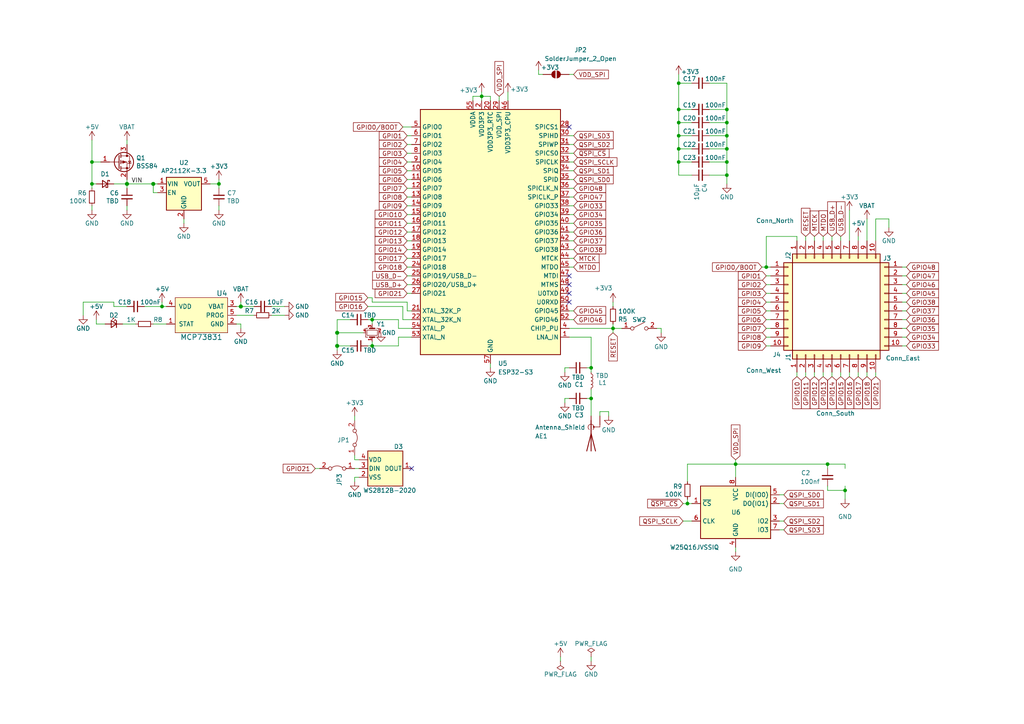
<source format=kicad_sch>
(kicad_sch (version 20231120) (generator "eeschema") (generator_version "8.0")
  (paper "A4")
  (junction (at 107.95 92.71))
  (junction (at 171.45 115.57))
  (junction (at 63.5 53.34))
  (junction (at 196.85 31.75))
  (junction (at 177.8 95.25))
  (junction (at 199.39 146.05))
  (junction (at 139.7 27.94))
  (junction (at 210.82 46.99))
  (junction (at 196.85 35.56))
  (junction (at 196.85 39.37))
  (junction (at 97.79 100.33) (diameter 1.016))
  (junction (at 210.82 50.8))
  (junction (at 107.95 100.33))
  (junction (at 196.85 43.18))
  (junction (at 44.45 53.34) (diameter 1.016))
  (junction (at 97.79 96.52) (diameter 1.016))
  (junction (at 171.45 106.68))
  (junction (at 196.85 24.13))
  (junction (at 240.03 134.62))
  (junction (at 222.25 77.47))
  (junction (at 210.82 39.37))
  (junction (at 36.83 53.34) (diameter 1.016))
  (junction (at 210.82 43.18))
  (junction (at 26.67 46.99))
  (junction (at 210.82 31.75))
  (junction (at 69.85 88.9) (diameter 1.016))
  (junction (at 213.36 134.62))
  (junction (at 26.67 53.34))
  (junction (at 196.85 46.99))
  (junction (at 46.99 88.9))
  (junction (at 210.82 35.56))
  (junction (at 245.11 142.24))
  (no_connect (at 165.1 36.83))
  (no_connect (at 165.1 82.55))
  (no_connect (at 165.1 80.01))
  (no_connect (at 119.38 135.89))
  (no_connect (at 165.1 85.09))
  (no_connect (at 165.1 87.63))
  (wire (pts (xy 48.26 93.98) (xy 44.45 93.98)))
  (wire (pts (xy 166.37 77.47) (xy 165.1 77.47)))
  (wire (pts (xy 196.85 35.56) (xy 196.85 39.37)))
  (wire (pts (xy 36.83 53.34) (xy 36.83 54.61)))
  (wire (pts (xy 223.52 100.33) (xy 222.25 100.33)))
  (wire (pts (xy 240.03 140.97) (xy 240.03 142.24)))
  (wire (pts (xy 223.52 92.71) (xy 222.25 92.71)))
  (wire (pts (xy 156.21 20.32) (xy 156.21 21.59)))
  (wire (pts (xy 107.95 100.33) (xy 115.57 100.33)))
  (wire (pts (xy 245.11 142.24) (xy 245.11 144.78)))
  (wire (pts (xy 36.83 53.34) (xy 36.83 52.07)))
  (wire (pts (xy 196.85 43.18) (xy 200.66 43.18)))
  (wire (pts (xy 223.52 82.55) (xy 222.25 82.55)))
  (wire (pts (xy 53.34 63.5) (xy 53.34 64.77)))
  (wire (pts (xy 119.38 95.25) (xy 115.57 95.25)))
  (wire (pts (xy 36.83 53.34) (xy 33.02 53.34)))
  (wire (pts (xy 119.38 97.79) (xy 115.57 97.79)))
  (wire (pts (xy 107.95 86.36) (xy 106.68 86.36)))
  (wire (pts (xy 205.74 35.56) (xy 210.82 35.56)))
  (wire (pts (xy 196.85 39.37) (xy 200.66 39.37)))
  (wire (pts (xy 196.85 35.56) (xy 200.66 35.56)))
  (wire (pts (xy 118.11 69.85) (xy 119.38 69.85)))
  (wire (pts (xy 166.37 54.61) (xy 165.1 54.61)))
  (wire (pts (xy 118.11 87.63) (xy 107.95 87.63)))
  (wire (pts (xy 170.18 115.57) (xy 171.45 115.57)))
  (wire (pts (xy 231.14 107.95) (xy 231.14 109.22)))
  (wire (pts (xy 44.45 55.88) (xy 44.45 53.34)))
  (wire (pts (xy 226.06 143.51) (xy 227.33 143.51)))
  (wire (pts (xy 261.62 80.01) (xy 262.89 80.01)))
  (wire (pts (xy 118.11 80.01) (xy 119.38 80.01)))
  (wire (pts (xy 33.02 88.9) (xy 36.83 88.9)))
  (wire (pts (xy 210.82 53.34) (xy 210.82 50.8)))
  (wire (pts (xy 200.66 50.8) (xy 196.85 50.8)))
  (wire (pts (xy 171.45 190.5) (xy 171.45 191.77)))
  (wire (pts (xy 106.68 100.33) (xy 107.95 100.33)))
  (wire (pts (xy 236.22 107.95) (xy 236.22 109.22)))
  (wire (pts (xy 26.67 46.99) (xy 29.21 46.99)))
  (wire (pts (xy 196.85 50.8) (xy 196.85 46.99)))
  (wire (pts (xy 166.37 52.07) (xy 165.1 52.07)))
  (wire (pts (xy 177.8 95.25) (xy 180.34 95.25)))
  (wire (pts (xy 78.74 91.44) (xy 82.55 91.44)))
  (wire (pts (xy 213.36 158.75) (xy 213.36 160.02)))
  (wire (pts (xy 166.37 59.69) (xy 165.1 59.69)))
  (wire (pts (xy 97.79 96.52) (xy 97.79 100.33)))
  (wire (pts (xy 118.11 57.15) (xy 119.38 57.15)))
  (wire (pts (xy 177.8 96.52) (xy 177.8 95.25)))
  (wire (pts (xy 68.58 93.98) (xy 69.85 93.98)))
  (wire (pts (xy 251.46 107.95) (xy 251.46 109.22)))
  (wire (pts (xy 163.83 107.95) (xy 163.83 106.68)))
  (wire (pts (xy 223.52 90.17) (xy 222.25 90.17)))
  (wire (pts (xy 196.85 21.59) (xy 196.85 24.13)))
  (wire (pts (xy 166.37 57.15) (xy 165.1 57.15)))
  (wire (pts (xy 176.53 120.65) (xy 176.53 119.38)))
  (wire (pts (xy 118.11 46.99) (xy 119.38 46.99)))
  (wire (pts (xy 46.99 88.9) (xy 48.26 88.9)))
  (wire (pts (xy 190.5 95.25) (xy 191.77 95.25)))
  (wire (pts (xy 240.03 134.62) (xy 240.03 135.89)))
  (wire (pts (xy 205.74 50.8) (xy 210.82 50.8)))
  (wire (pts (xy 171.45 107.95) (xy 171.45 106.68)))
  (wire (pts (xy 26.67 53.34) (xy 27.94 53.34)))
  (wire (pts (xy 39.37 93.98) (xy 35.56 93.98)))
  (wire (pts (xy 36.83 59.69) (xy 36.83 60.96)))
  (wire (pts (xy 241.3 107.95) (xy 241.3 109.22)))
  (wire (pts (xy 261.62 92.71) (xy 262.89 92.71)))
  (wire (pts (xy 118.11 64.77) (xy 119.38 64.77)))
  (wire (pts (xy 118.11 39.37) (xy 119.38 39.37)))
  (wire (pts (xy 118.11 72.39) (xy 119.38 72.39)))
  (wire (pts (xy 118.11 62.23) (xy 119.38 62.23)))
  (wire (pts (xy 166.37 41.91) (xy 165.1 41.91)))
  (wire (pts (xy 116.84 92.71) (xy 119.38 92.71)))
  (wire (pts (xy 210.82 39.37) (xy 210.82 35.56)))
  (wire (pts (xy 261.62 87.63) (xy 262.89 87.63)))
  (wire (pts (xy 233.68 69.85) (xy 233.68 68.58)))
  (wire (pts (xy 261.62 97.79) (xy 262.89 97.79)))
  (wire (pts (xy 163.83 116.84) (xy 163.83 115.57)))
  (wire (pts (xy 63.5 53.34) (xy 63.5 54.61)))
  (wire (pts (xy 231.14 69.85) (xy 231.14 68.58)))
  (wire (pts (xy 261.62 82.55) (xy 262.89 82.55)))
  (wire (pts (xy 63.5 59.69) (xy 63.5 60.96)))
  (wire (pts (xy 261.62 90.17) (xy 262.89 90.17)))
  (wire (pts (xy 226.06 151.13) (xy 227.33 151.13)))
  (wire (pts (xy 97.79 92.71) (xy 97.79 96.52)))
  (wire (pts (xy 226.06 153.67) (xy 227.33 153.67)))
  (wire (pts (xy 166.37 44.45) (xy 165.1 44.45)))
  (wire (pts (xy 261.62 95.25) (xy 262.89 95.25)))
  (wire (pts (xy 97.79 100.33) (xy 101.6 100.33)))
  (wire (pts (xy 165.1 21.59) (xy 166.37 21.59)))
  (wire (pts (xy 147.32 26.67) (xy 147.32 29.21)))
  (wire (pts (xy 210.82 24.13) (xy 205.74 24.13)))
  (wire (pts (xy 173.99 119.38) (xy 173.99 120.65)))
  (wire (pts (xy 196.85 31.75) (xy 196.85 35.56)))
  (wire (pts (xy 171.45 97.79) (xy 171.45 106.68)))
  (wire (pts (xy 223.52 80.01) (xy 222.25 80.01)))
  (wire (pts (xy 165.1 95.25) (xy 177.8 95.25)))
  (wire (pts (xy 36.83 53.34) (xy 44.45 53.34)))
  (wire (pts (xy 118.11 90.17) (xy 118.11 87.63)))
  (wire (pts (xy 69.85 88.9) (xy 69.85 87.63)))
  (wire (pts (xy 261.62 100.33) (xy 262.89 100.33)))
  (wire (pts (xy 78.74 88.9) (xy 82.55 88.9)))
  (wire (pts (xy 105.41 96.52) (xy 97.79 96.52)))
  (wire (pts (xy 240.03 142.24) (xy 245.11 142.24)))
  (wire (pts (xy 116.84 36.83) (xy 119.38 36.83)))
  (wire (pts (xy 139.7 27.94) (xy 139.7 29.21)))
  (wire (pts (xy 166.37 67.31) (xy 165.1 67.31)))
  (wire (pts (xy 163.83 106.68) (xy 165.1 106.68)))
  (wire (pts (xy 45.72 53.34) (xy 44.45 53.34)))
  (wire (pts (xy 162.56 190.5) (xy 162.56 191.77)))
  (wire (pts (xy 166.37 62.23) (xy 165.1 62.23)))
  (wire (pts (xy 116.84 88.9) (xy 116.84 92.71)))
  (wire (pts (xy 156.21 21.59) (xy 157.48 21.59)))
  (wire (pts (xy 213.36 133.35) (xy 213.36 134.62)))
  (wire (pts (xy 213.36 134.62) (xy 240.03 134.62)))
  (wire (pts (xy 73.66 91.44) (xy 68.58 91.44)))
  (wire (pts (xy 118.11 74.93) (xy 119.38 74.93)))
  (wire (pts (xy 102.87 138.43) (xy 102.87 139.7)))
  (wire (pts (xy 104.14 138.43) (xy 102.87 138.43)))
  (wire (pts (xy 196.85 39.37) (xy 196.85 43.18)))
  (wire (pts (xy 163.83 115.57) (xy 165.1 115.57)))
  (wire (pts (xy 144.78 27.94) (xy 144.78 29.21)))
  (wire (pts (xy 118.11 59.69) (xy 119.38 59.69)))
  (wire (pts (xy 166.37 46.99) (xy 165.1 46.99)))
  (wire (pts (xy 246.38 107.95) (xy 246.38 109.22)))
  (wire (pts (xy 196.85 31.75) (xy 200.66 31.75)))
  (wire (pts (xy 205.74 43.18) (xy 210.82 43.18)))
  (wire (pts (xy 205.74 46.99) (xy 210.82 46.99)))
  (wire (pts (xy 196.85 24.13) (xy 196.85 31.75)))
  (wire (pts (xy 142.24 106.68) (xy 142.24 105.41)))
  (wire (pts (xy 199.39 139.7) (xy 199.39 134.62)))
  (wire (pts (xy 205.74 39.37) (xy 210.82 39.37)))
  (wire (pts (xy 119.38 90.17) (xy 118.11 90.17)))
  (wire (pts (xy 245.11 135.89) (xy 245.11 134.62)))
  (wire (pts (xy 166.37 49.53) (xy 165.1 49.53)))
  (wire (pts (xy 118.11 82.55) (xy 119.38 82.55)))
  (wire (pts (xy 137.16 27.94) (xy 139.7 27.94)))
  (wire (pts (xy 171.45 115.57) (xy 171.45 113.03)))
  (wire (pts (xy 166.37 39.37) (xy 165.1 39.37)))
  (wire (pts (xy 118.11 85.09) (xy 119.38 85.09)))
  (wire (pts (xy 241.3 69.85) (xy 241.3 68.58)))
  (wire (pts (xy 238.76 107.95) (xy 238.76 109.22)))
  (wire (pts (xy 238.76 69.85) (xy 238.76 68.58)))
  (wire (pts (xy 137.16 29.21) (xy 137.16 27.94)))
  (wire (pts (xy 115.57 97.79) (xy 115.57 100.33)))
  (wire (pts (xy 223.52 95.25) (xy 222.25 95.25)))
  (wire (pts (xy 63.5 52.07) (xy 63.5 53.34)))
  (wire (pts (xy 261.62 77.47) (xy 262.89 77.47)))
  (wire (pts (xy 261.62 85.09) (xy 262.89 85.09)))
  (wire (pts (xy 196.85 46.99) (xy 200.66 46.99)))
  (wire (pts (xy 97.79 92.71) (xy 101.6 92.71)))
  (wire (pts (xy 45.72 55.88) (xy 44.45 55.88)))
  (wire (pts (xy 223.52 77.47) (xy 222.25 77.47)))
  (wire (pts (xy 246.38 60.96) (xy 246.38 69.85)))
  (wire (pts (xy 60.96 53.34) (xy 63.5 53.34)))
  (wire (pts (xy 115.57 92.71) (xy 107.95 92.71)))
  (wire (pts (xy 170.18 106.68) (xy 171.45 106.68)))
  (wire (pts (xy 41.91 88.9) (xy 46.99 88.9)))
  (wire (pts (xy 213.36 134.62) (xy 213.36 138.43)))
  (wire (pts (xy 97.79 100.33) (xy 97.79 101.6)))
  (wire (pts (xy 177.8 93.98) (xy 177.8 95.25)))
  (wire (pts (xy 254 69.85) (xy 254 63.5)))
  (wire (pts (xy 139.7 27.94) (xy 142.24 27.94)))
  (wire (pts (xy 223.52 87.63) (xy 222.25 87.63)))
  (wire (pts (xy 171.45 97.79) (xy 165.1 97.79)))
  (wire (pts (xy 26.67 40.64) (xy 26.67 46.99)))
  (wire (pts (xy 205.74 31.75) (xy 210.82 31.75)))
  (wire (pts (xy 106.68 88.9) (xy 116.84 88.9)))
  (wire (pts (xy 171.45 120.65) (xy 171.45 115.57)))
  (wire (pts (xy 166.37 72.39) (xy 165.1 72.39)))
  (wire (pts (xy 243.84 107.95) (xy 243.84 109.22)))
  (wire (pts (xy 210.82 35.56) (xy 210.82 31.75)))
  (wire (pts (xy 102.87 135.89) (xy 104.14 135.89)))
  (wire (pts (xy 115.57 95.25) (xy 115.57 92.71)))
  (wire (pts (xy 139.7 26.67) (xy 139.7 27.94)))
  (wire (pts (xy 36.83 41.91) (xy 36.83 40.64)))
  (wire (pts (xy 223.52 85.09) (xy 222.25 85.09)))
  (wire (pts (xy 176.53 119.38) (xy 173.99 119.38)))
  (wire (pts (xy 248.92 107.95) (xy 248.92 109.22)))
  (wire (pts (xy 254 63.5) (xy 257.81 63.5)))
  (wire (pts (xy 257.81 63.5) (xy 257.81 66.04)))
  (wire (pts (xy 24.13 91.44) (xy 24.13 87.63)))
  (wire (pts (xy 46.99 87.63) (xy 46.99 88.9)))
  (wire (pts (xy 166.37 69.85) (xy 165.1 69.85)))
  (wire (pts (xy 166.37 92.71) (xy 165.1 92.71)))
  (wire (pts (xy 26.67 59.69) (xy 26.67 60.96)))
  (wire (pts (xy 254 107.95) (xy 254 109.22)))
  (wire (pts (xy 26.67 46.99) (xy 26.67 53.34)))
  (wire (pts (xy 210.82 24.13) (xy 210.82 31.75)))
  (wire (pts (xy 198.12 146.05) (xy 199.39 146.05)))
  (wire (pts (xy 33.02 87.63) (xy 33.02 88.9)))
  (wire (pts (xy 26.67 53.34) (xy 26.67 54.61)))
  (wire (pts (xy 248.92 68.58) (xy 248.92 69.85)))
  (wire (pts (xy 196.85 43.18) (xy 196.85 46.99)))
  (wire (pts (xy 118.11 41.91) (xy 119.38 41.91)))
  (wire (pts (xy 69.85 88.9) (xy 73.66 88.9)))
  (wire (pts (xy 226.06 146.05) (xy 227.33 146.05)))
  (wire (pts (xy 198.12 151.13) (xy 200.66 151.13)))
  (wire (pts (xy 107.95 87.63) (xy 107.95 86.36)))
  (wire (pts (xy 236.22 68.58) (xy 236.22 69.85)))
  (wire (pts (xy 118.11 44.45) (xy 119.38 44.45)))
  (wire (pts (xy 199.39 134.62) (xy 213.36 134.62)))
  (wire (pts (xy 27.94 93.98) (xy 27.94 92.71)))
  (wire (pts (xy 222.25 68.58) (xy 231.14 68.58)))
  (wire (pts (xy 107.95 92.71) (xy 107.95 93.98)))
  (wire (pts (xy 191.77 96.52) (xy 191.77 95.25)))
  (wire (pts (xy 199.39 144.78) (xy 199.39 146.05)))
  (wire (pts (xy 118.11 54.61) (xy 119.38 54.61)))
  (wire (pts (xy 210.82 43.18) (xy 210.82 39.37)))
  (wire (pts (xy 118.11 67.31) (xy 119.38 67.31)))
  (wire (pts (xy 91.44 135.89) (xy 92.71 135.89)))
  (wire (pts (xy 106.68 92.71) (xy 107.95 92.71)))
  (wire (pts (xy 102.87 132.08) (xy 102.87 133.35)))
  (wire (pts (xy 104.14 133.35) (xy 102.87 133.35)))
  (wire (pts (xy 69.85 93.98) (xy 69.85 95.25)))
  (wire (pts (xy 142.24 27.94) (xy 142.24 29.21)))
  (wire (pts (xy 251.46 63.5) (xy 251.46 69.85)))
  (wire (pts (xy 118.11 49.53) (xy 119.38 49.53)))
  (wire (pts (xy 199.39 146.05) (xy 200.66 146.05)))
  (wire (pts (xy 107.95 99.06) (xy 107.95 100.33)))
  (wire (pts (xy 240.03 134.62) (xy 245.11 134.62)))
  (wire (pts (xy 210.82 46.99) (xy 210.82 43.18)))
  (wire (pts (xy 233.68 107.95) (xy 233.68 109.22)))
  (wire (pts (xy 245.11 142.24) (xy 245.11 140.97)))
  (wire (pts (xy 118.11 77.47) (xy 119.38 77.47)))
  (wire (pts (xy 24.13 87.63) (xy 33.02 87.63)))
  (wire (pts (xy 27.94 93.98) (xy 30.48 93.98)))
  (wire (pts (xy 222.25 77.47) (xy 222.25 68.58)))
  (wire (pts (xy 177.8 87.63) (xy 177.8 88.9)))
  (wire (pts (xy 166.37 74.93) (xy 165.1 74.93)))
  (wire (pts (xy 68.58 88.9) (xy 69.85 88.9)))
  (wire (pts (xy 223.52 97.79) (xy 222.25 97.79)))
  (wire (pts (xy 243.84 69.85) (xy 243.84 68.58)))
  (wire (pts (xy 210.82 50.8) (xy 210.82 46.99)))
  (wire (pts (xy 166.37 90.17) (xy 165.1 90.17)))
  (wire (pts (xy 196.85 24.13) (xy 200.66 24.13)))
  (wire (pts (xy 102.87 120.65) (xy 102.87 121.92)))
  (wire (pts (xy 118.11 52.07) (xy 119.38 52.07)))
  (wire (pts (xy 222.25 77.47) (xy 220.98 77.47)))
  (wire (pts (xy 166.37 64.77) (xy 165.1 64.77)))
  (label "VIN" (at 38.1 53.34 0))
  (global_label "GPIO0{slash}BOOT" (shape input) (at 220.98 77.47 180) (property "Intersheetrefs" "${INTERSHEET_REFS}" (effects (hide yes))))
  (global_label "USB_D+" (shape input) (at 241.3 68.58 90) (property "Intersheetrefs" "${INTERSHEET_REFS}" (effects (hide yes))))
  (global_label "GPIO18" (shape input) (at 251.46 109.22 270) (property "Intersheetrefs" "${INTERSHEET_REFS}" (effects (hide yes))))
  (global_label "GPIO47" (shape input) (at 262.89 80.01 0) (property "Intersheetrefs" "${INTERSHEET_REFS}" (effects (hide yes))))
  (global_label "GPIO4" (shape input) (at 118.11 46.99 180) (property "Intersheetrefs" "${INTERSHEET_REFS}" (effects (hide yes))))
  (global_label "GPIO11" (shape input) (at 118.11 64.77 180) (property "Intersheetrefs" "${INTERSHEET_REFS}" (effects (hide yes))))
  (global_label "GPIO15" (shape input) (at 106.68 86.36 180) (property "Intersheetrefs" "${INTERSHEET_REFS}" (effects (hide yes))))
  (global_label "GPIO37" (shape input) (at 262.89 90.17 0) (property "Intersheetrefs" "${INTERSHEET_REFS}" (effects (hide yes))))
  (global_label "QSPI_SCLK" (shape input) (at 166.37 46.99 0) (property "Intersheetrefs" "${INTERSHEET_REFS}" (effects (hide yes))))
  (global_label "GPIO17" (shape input) (at 118.11 74.93 180) (property "Intersheetrefs" "${INTERSHEET_REFS}" (effects (hide yes))))
  (global_label "QSPI_SD1" (shape input) (at 166.37 49.53 0) (property "Intersheetrefs" "${INTERSHEET_REFS}" (effects (hide yes))))
  (global_label "GPIO36" (shape input) (at 166.37 67.31 0) (property "Intersheetrefs" "${INTERSHEET_REFS}" (effects (hide yes))))
  (global_label "GPIO16" (shape input) (at 106.68 88.9 180) (property "Intersheetrefs" "${INTERSHEET_REFS}" (effects (hide yes))))
  (global_label "VDD_SPI" (shape input) (at 144.78 27.94 90) (property "Intersheetrefs" "${INTERSHEET_REFS}" (effects (hide yes))))
  (global_label "QSPI_SD0" (shape input) (at 227.33 143.51 0) (property "Intersheetrefs" "${INTERSHEET_REFS}" (effects (hide yes))))
  (global_label "GPIO1" (shape input) (at 118.11 39.37 180) (property "Intersheetrefs" "${INTERSHEET_REFS}" (effects (hide yes))))
  (global_label "GPIO12" (shape input) (at 236.22 109.22 270) (property "Intersheetrefs" "${INTERSHEET_REFS}" (effects (hide yes))))
  (global_label "GPIO11" (shape input) (at 233.68 109.22 270) (property "Intersheetrefs" "${INTERSHEET_REFS}" (effects (hide yes))))
  (global_label "GPIO34" (shape input) (at 166.37 62.23 0) (property "Intersheetrefs" "${INTERSHEET_REFS}" (effects (hide yes))))
  (global_label "~{QSPI_CS}" (shape input) (at 198.12 146.05 180) (property "Intersheetrefs" "${INTERSHEET_REFS}" (effects (hide yes))))
  (global_label "GPIO21" (shape input) (at 254 109.22 270) (property "Intersheetrefs" "${INTERSHEET_REFS}" (effects (hide yes))))
  (global_label "GPIO6" (shape input) (at 222.25 92.71 180) (property "Intersheetrefs" "${INTERSHEET_REFS}" (effects (hide yes))))
  (global_label "QSPI_SCLK" (shape input) (at 198.12 151.13 180) (property "Intersheetrefs" "${INTERSHEET_REFS}" (effects (hide yes))))
  (global_label "VDD_SPI" (shape input) (at 213.36 133.35 90) (property "Intersheetrefs" "${INTERSHEET_REFS}" (effects (hide yes))))
  (global_label "QSPI_SD0" (shape input) (at 166.37 52.07 0) (property "Intersheetrefs" "${INTERSHEET_REFS}" (effects (hide yes))))
  (global_label "GPIO33" (shape input) (at 262.89 100.33 0) (property "Intersheetrefs" "${INTERSHEET_REFS}" (effects (hide yes))))
  (global_label "GPIO12" (shape input) (at 118.11 67.31 180) (property "Intersheetrefs" "${INTERSHEET_REFS}" (effects (hide yes))))
  (global_label "GPIO14" (shape input) (at 118.11 72.39 180) (property "Intersheetrefs" "${INTERSHEET_REFS}" (effects (hide yes))))
  (global_label "GPIO1" (shape input) (at 222.25 80.01 180) (property "Intersheetrefs" "${INTERSHEET_REFS}" (effects (hide yes))))
  (global_label "QSPI_SD1" (shape input) (at 227.33 146.05 0) (property "Intersheetrefs" "${INTERSHEET_REFS}" (effects (hide yes))))
  (global_label "RESET" (shape input) (at 233.68 68.58 90) (property "Intersheetrefs" "${INTERSHEET_REFS}" (effects (hide yes))))
  (global_label "GPIO2" (shape input) (at 118.11 41.91 180) (property "Intersheetrefs" "${INTERSHEET_REFS}" (effects (hide yes))))
  (global_label "GPIO3" (shape input) (at 118.11 44.45 180) (property "Intersheetrefs" "${INTERSHEET_REFS}" (effects (hide yes))))
  (global_label "GPIO2" (shape input) (at 222.25 82.55 180) (property "Intersheetrefs" "${INTERSHEET_REFS}" (effects (hide yes))))
  (global_label "GPIO37" (shape input) (at 166.37 69.85 0) (property "Intersheetrefs" "${INTERSHEET_REFS}" (effects (hide yes))))
  (global_label "GPIO9" (shape input) (at 222.25 100.33 180) (property "Intersheetrefs" "${INTERSHEET_REFS}" (effects (hide yes))))
  (global_label "GPIO45" (shape input) (at 166.37 90.17 0) (property "Intersheetrefs" "${INTERSHEET_REFS}" (effects (hide yes))))
  (global_label "GPIO47" (shape input) (at 166.37 57.15 0) (property "Intersheetrefs" "${INTERSHEET_REFS}" (effects (hide yes))))
  (global_label "VDD_SPI" (shape input) (at 166.37 21.59 0) (property "Intersheetrefs" "${INTERSHEET_REFS}" (effects (hide yes))))
  (global_label "GPIO3" (shape input) (at 222.25 85.09 180) (property "Intersheetrefs" "${INTERSHEET_REFS}" (effects (hide yes))))
  (global_label "GPIO8" (shape input) (at 118.11 57.15 180) (property "Intersheetrefs" "${INTERSHEET_REFS}" (effects (hide yes))))
  (global_label "GPIO48" (shape input) (at 166.37 54.61 0) (property "Intersheetrefs" "${INTERSHEET_REFS}" (effects (hide yes))))
  (global_label "GPIO34" (shape input) (at 262.89 97.79 0) (property "Intersheetrefs" "${INTERSHEET_REFS}" (effects (hide yes))))
  (global_label "USB_D-" (shape input) (at 243.84 68.58 90) (property "Intersheetrefs" "${INTERSHEET_REFS}" (effects (hide yes))))
  (global_label "GPIO5" (shape input) (at 222.25 90.17 180) (property "Intersheetrefs" "${INTERSHEET_REFS}" (effects (hide yes))))
  (global_label "GPIO4" (shape input) (at 222.25 87.63 180) (property "Intersheetrefs" "${INTERSHEET_REFS}" (effects (hide yes))))
  (global_label "GPIO9" (shape input) (at 118.11 59.69 180) (property "Intersheetrefs" "${INTERSHEET_REFS}" (effects (hide yes))))
  (global_label "GPIO10" (shape input) (at 231.14 109.22 270) (property "Intersheetrefs" "${INTERSHEET_REFS}" (effects (hide yes))))
  (global_label "GPIO7" (shape input) (at 118.11 54.61 180) (property "Intersheetrefs" "${INTERSHEET_REFS}" (effects (hide yes))))
  (global_label "QSPI_SD2" (shape input) (at 227.33 151.13 0) (property "Intersheetrefs" "${INTERSHEET_REFS}" (effects (hide yes))))
  (global_label "GPIO17" (shape input) (at 248.92 109.22 270) (property "Intersheetrefs" "${INTERSHEET_REFS}" (effects (hide yes))))
  (global_label "MTDO" (shape input) (at 238.76 68.58 90) (property "Intersheetrefs" "${INTERSHEET_REFS}" (effects (hide yes))))
  (global_label "GPIO16" (shape input) (at 246.38 109.22 270) (property "Intersheetrefs" "${INTERSHEET_REFS}" (effects (hide yes))))
  (global_label "USB_D+" (shape input) (at 118.11 82.55 180) (property "Intersheetrefs" "${INTERSHEET_REFS}" (effects (hide yes))))
  (global_label "GPIO48" (shape input) (at 262.89 77.47 0) (property "Intersheetrefs" "${INTERSHEET_REFS}" (effects (hide yes))))
  (global_label "MTCK" (shape input) (at 236.22 68.58 90) (property "Intersheetrefs" "${INTERSHEET_REFS}" (effects (hide yes))))
  (global_label "MTCK" (shape input) (at 166.37 74.93 0) (property "Intersheetrefs" "${INTERSHEET_REFS}" (effects (hide yes))))
  (global_label "GPIO10" (shape input) (at 118.11 62.23 180) (property "Intersheetrefs" "${INTERSHEET_REFS}" (effects (hide yes))))
  (global_label "QSPI_SD3" (shape input) (at 166.37 39.37 0) (property "Intersheetrefs" "${INTERSHEET_REFS}" (effects (hide yes))))
  (global_label "GPIO5" (shape input) (at 118.11 49.53 180) (property "Intersheetrefs" "${INTERSHEET_REFS}" (effects (hide yes))))
  (global_label "GPIO21" (shape input) (at 91.44 135.89 180) (property "Intersheetrefs" "${INTERSHEET_REFS}" (effects (hide yes))))
  (global_label "GPIO38" (shape input) (at 166.37 72.39 0) (property "Intersheetrefs" "${INTERSHEET_REFS}" (effects (hide yes))))
  (global_label "~{QSPI_CS}" (shape input) (at 166.37 44.45 0) (property "Intersheetrefs" "${INTERSHEET_REFS}" (effects (hide yes))))
  (global_label "GPIO21" (shape input) (at 118.11 85.09 180) (property "Intersheetrefs" "${INTERSHEET_REFS}" (effects (hide yes))))
  (global_label "GPIO18" (shape input) (at 118.11 77.47 180) (property "Intersheetrefs" "${INTERSHEET_REFS}" (effects (hide yes))))
  (global_label "GPIO13" (shape input) (at 118.11 69.85 180) (property "Intersheetrefs" "${INTERSHEET_REFS}" (effects (hide yes))))
  (global_label "RESET" (shape input) (at 177.8 96.52 270) (property "Intersheetrefs" "${INTERSHEET_REFS}" (effects (hide yes))))
  (global_label "GPIO46" (shape input) (at 262.89 82.55 0) (property "Intersheetrefs" "${INTERSHEET_REFS}" (effects (hide yes))))
  (global_label "GPIO0{slash}BOOT" (shape input) (at 116.84 36.83 180) (property "Intersheetrefs" "${INTERSHEET_REFS}" (effects (hide yes))))
  (global_label "QSPI_SD3" (shape input) (at 227.33 153.67 0) (property "Intersheetrefs" "${INTERSHEET_REFS}" (effects (hide yes))))
  (global_label "GPIO33" (shape input) (at 166.37 59.69 0) (property "Intersheetrefs" "${INTERSHEET_REFS}" (effects (hide yes))))
  (global_label "QSPI_SD2" (shape input) (at 166.37 41.91 0) (property "Intersheetrefs" "${INTERSHEET_REFS}" (effects (hide yes))))
  (global_label "GPIO14" (shape input) (at 241.3 109.22 270) (property "Intersheetrefs" "${INTERSHEET_REFS}" (effects (hide yes))))
  (global_label "GPIO15" (shape input) (at 243.84 109.22 270) (property "Intersheetrefs" "${INTERSHEET_REFS}" (effects (hide yes))))
  (global_label "GPIO35" (shape input) (at 166.37 64.77 0) (property "Intersheetrefs" "${INTERSHEET_REFS}" (effects (hide yes))))
  (global_label "GPIO45" (shape input) (at 262.89 85.09 0) (property "Intersheetrefs" "${INTERSHEET_REFS}" (effects (hide yes))))
  (global_label "GPIO36" (shape input) (at 262.89 92.71 0) (property "Intersheetrefs" "${INTERSHEET_REFS}" (effects (hide yes))))
  (global_label "GPIO13" (shape input) (at 238.76 109.22 270) (property "Intersheetrefs" "${INTERSHEET_REFS}" (effects (hide yes))))
  (global_label "MTDO" (shape input) (at 166.37 77.47 0) (property "Intersheetrefs" "${INTERSHEET_REFS}" (effects (hide yes))))
  (global_label "GPIO35" (shape input) (at 262.89 95.25 0) (property "Intersheetrefs" "${INTERSHEET_REFS}" (effects (hide yes))))
  (global_label "GPIO7" (shape input) (at 222.25 95.25 180) (property "Intersheetrefs" "${INTERSHEET_REFS}" (effects (hide yes))))
  (global_label "USB_D-" (shape input) (at 118.11 80.01 180) (property "Intersheetrefs" "${INTERSHEET_REFS}" (effects (hide yes))))
  (global_label "GPIO46" (shape input) (at 166.37 92.71 0) (property "Intersheetrefs" "${INTERSHEET_REFS}" (effects (hide yes))))
  (global_label "GPIO8" (shape input) (at 222.25 97.79 180) (property "Intersheetrefs" "${INTERSHEET_REFS}" (effects (hide yes))))
  (global_label "GPIO38" (shape input) (at 262.89 87.63 0) (property "Intersheetrefs" "${INTERSHEET_REFS}" (effects (hide yes))))
  (global_label "GPIO6" (shape input) (at 118.11 52.07 180) (property "Intersheetrefs" "${INTERSHEET_REFS}" (effects (hide yes))))
  (symbol (lib_id "power:GND") (at 142.24 106.68 0) (unit 1)
    (property "Reference" "#PWR01" (effects (hide yes)))
    (property "Value" "GND" (at 142.24 110.49 0))
  )
  (symbol (lib_id "power:+3.3V") (at 147.32 26.67 0) (mirror y) (unit 1)
    (property "Reference" "#PWR03" (effects (hide yes)))
    (property "Value" "+3V3" (at 150.622 25.908 0))
  )
  (symbol (lib_id "Device:C_Small") (at 203.2 31.75 270) (unit 1)
    (property "Reference" "C19" (at 201.93 30.48 90) (effects (justify right)))
    (property "Value" "100nF" (at 204.47 30.48 90) (effects (justify left)))
    (property "Footprint" "Capacitor_SMD:C_0402_1005Metric" (effects (hide yes)))
  )
  (symbol (lib_id "power:GND") (at 110.49 96.52 0) (unit 1)
    (property "Reference" "#PWR0103" (effects (hide yes)))
    (property "Value" "GND" (at 112.776 96.52 0))
  )
  (symbol (lib_id "Device:R_Small") (at 41.91 93.98 90) (mirror x) (unit 1)
    (property "Reference" "R8" (at 44.45 92.71 90) (effects (justify right)))
    (property "Value" "1K" (at 39.37 92.71 90) (effects (justify left)))
    (property "Footprint" "Resistor_SMD:R_0402_1005Metric" (effects (hide yes)))
  )
  (symbol (lib_id "Device:R_Small") (at 177.8 91.44 0) (mirror y) (unit 1)
    (property "Reference" "R5" (at 179.2732 92.6084 0) (effects (justify right)))
    (property "Value" "100K" (at 179.2732 90.297 0) (effects (justify right)))
    (property "Footprint" "Resistor_SMD:R_0402_1005Metric" (effects (hide yes)))
  )
  (symbol (lib_id "power:+5V") (at 27.94 92.71 0) (unit 1)
    (property "Reference" "#PWR0134" (effects (hide yes)))
    (property "Value" "+5V" (at 27.94 88.9 0))
  )
  (symbol (lib_id "Device:C_Small") (at 203.2 50.8 90) (unit 1)
    (property "Reference" "C4" (at 204.3684 53.1368 0) (effects (justify right)))
    (property "Value" "10µF" (at 202.057 53.1368 0) (effects (justify right)))
    (property "Footprint" "Capacitor_SMD:C_0603_1608Metric" (effects (hide yes)))
  )
  (symbol (lib_id "Device:C_Small") (at 104.14 92.71 270) (unit 1)
    (property "Reference" "C14" (at 102.87 91.44 90) (effects (justify right)))
    (property "Value" "TBD" (at 105.41 91.44 90) (effects (justify left)))
    (property "Footprint" "Capacitor_SMD:C_0402_1005Metric" (effects (hide yes)))
  )
  (symbol (lib_id "power:+3.3V") (at 102.87 120.65 0) (mirror y) (unit 1)
    (property "Reference" "#PWR0137" (effects (hide yes)))
    (property "Value" "+3V3" (at 102.87 116.84 0))
  )
  (symbol (lib_id "Device:C_Small") (at 36.83 57.15 0) (unit 1)
    (property "Reference" "C6" (at 34.5186 55.9816 0) (effects (justify right)))
    (property "Value" "TBD" (at 34.5186 58.293 0) (effects (justify right)))
    (property "Footprint" "Capacitor_SMD:C_0402_1005Metric" (effects (hide yes)))
  )
  (symbol (lib_id "Device:D_Schottky_Small") (at 30.48 53.34 0) (mirror y) (unit 1)
    (property "Reference" "D1" (at 30.48 50.4698 0))
    (property "Value" "D_Schottky_Small" (effects (hide yes)))
    (property "Footprint" "Diode_SMD:D_SOD-323" (effects (hide yes)))
    (property "LCSC" "C114023" (effects (hide yes)))
  )
  (symbol (lib_id "Jumper:Jumper_2_Bridged") (at 97.79 135.89 0) (mirror y) (unit 1)
    (property "Reference" "JP3" (at 98.4249 140.97 90) (effects (justify left)))
    (property "Value" "Jumper_Neopixel_VDD" (effects (hide yes)))
    (property "Footprint" "Jumper:SolderJumper-2_P1.3mm_Bridged_RoundedPad1.0x1.5mm" (effects (hide yes)))
  )
  (symbol (lib_id "Battery_Management_Extra:MCP73831") (at 58.42 91.44 0) (unit 1)
    (property "Reference" "U4" (at 66.04 85.09 0) (effects (font (size 1.524 1.524)) (justify right)))
    (property "Value" "MCP73831" (at 58.42 97.79 0) (effects (font (size 1.524 1.524))))
    (property "Footprint" "Package_TO_SOT_SMD:SOT-23-5" (effects (hide yes)))
    (property "Datasheet" "https://datasheet.lcsc.com/szlcsc/Microchip-Tech-MCP73831T-2ATI-OT_C14879.pdf" (effects (hide yes)))
    (property "LCSC" "C14879" (effects (hide yes)))
  )
  (symbol (lib_id "Device:R_Small") (at 199.39 142.24 0) (mirror x) (unit 1)
    (property "Reference" "R9" (at 197.9168 141.0716 0) (effects (justify right)))
    (property "Value" "100K" (at 197.9168 143.383 0) (effects (justify right)))
    (property "Footprint" "Resistor_SMD:R_0402_1005Metric" (effects (hide yes)))
  )
  (symbol (lib_id "Device:L_Small") (at 171.45 110.49 0) (unit 1)
    (property "Reference" "L1" (at 176.022 110.998 0) (effects (justify right)))
    (property "Value" "TBD" (at 176.53 108.966 0) (effects (justify right)))
    (property "Footprint" "Resistor_SMD:R_0402_1005Metric" (effects (hide yes)))
  )
  (symbol (lib_id "power:+3.3V") (at 196.85 21.59 0) (mirror y) (unit 1)
    (property "Reference" "#PWR09" (effects (hide yes)))
    (property "Value" "+3V3" (at 200.152 20.828 0))
  )
  (symbol (lib_id "power:+3.3V") (at 63.5 52.07 0) (unit 1)
    (property "Reference" "#PWR0123" (effects (hide yes)))
    (property "Value" "+3V3" (at 63.5 48.26 0))
  )
  (symbol (lib_id "Device:C_Small") (at 203.2 24.13 270) (unit 1)
    (property "Reference" "C17" (at 201.93 22.86 90) (effects (justify right)))
    (property "Value" "100nF" (at 204.47 22.86 90) (effects (justify left)))
    (property "Footprint" "Capacitor_SMD:C_0402_1005Metric" (effects (hide yes)))
  )
  (symbol (lib_id "power:GND") (at 82.55 91.44 90) (mirror x) (unit 1)
    (property "Reference" "#PWR0132" (effects (hide yes)))
    (property "Value" "GND" (at 87.63 91.44 90))
  )
  (symbol (lib_id "power:GND") (at 163.83 116.84 0) (unit 1)
    (property "Reference" "#PWR012" (effects (hide yes)))
    (property "Value" "GND" (at 163.83 120.65 0))
  )
  (symbol (lib_id "power:+3.3V") (at 156.21 20.32 0) (mirror y) (unit 1)
    (property "Reference" "#PWR013" (effects (hide yes)))
    (property "Value" "+3V3" (at 159.512 19.558 0))
  )
  (symbol (lib_id "Connector_Generic:Conn_01x10") (at 228.6 87.63 0) (unit 1)
    (property "Reference" "J4" (at 225.298 102.87 0))
    (property "Value" "Conn_West" (at 221.488 107.442 0))
    (property "Footprint" "Connector_PinHeader_2.00mm:PinHeader_1x10_P2.00mm_Vertical" (effects (hide yes)))
  )
  (symbol (lib_id "power:+3.3V") (at 246.38 60.96 0) (unit 1)
    (property "Reference" "#PWR0106" (effects (hide yes)))
    (property "Value" "+3V3" (at 246.38 57.15 0))
  )
  (symbol (lib_id "power:GND") (at 191.77 96.52 0) (unit 1)
    (property "Reference" "#PWR08" (effects (hide yes)))
    (property "Value" "GND" (at 191.77 100.584 0))
  )
  (symbol (lib_id "power:+5V") (at 162.56 190.5 0) (unit 1)
    (property "Reference" "#PWR0139" (effects (hide yes)))
    (property "Value" "+5V" (at 162.56 186.69 0))
  )
  (symbol (lib_id "power:GND") (at 69.85 95.25 0) (mirror y) (unit 1)
    (property "Reference" "#PWR0130" (effects (hide yes)))
    (property "Value" "GND" (at 69.85 99.06 0))
  )
  (symbol (lib_id "Device:C_Small") (at 203.2 43.18 270) (unit 1)
    (property "Reference" "C22" (at 201.93 41.91 90) (effects (justify right)))
    (property "Value" "100nF" (at 204.47 41.91 90) (effects (justify left)))
    (property "Footprint" "Capacitor_SMD:C_0402_1005Metric" (effects (hide yes)))
  )
  (symbol (lib_id "power:GND") (at 53.34 64.77 0) (unit 1)
    (property "Reference" "#PWR0125" (effects (hide yes)))
    (property "Value" "GND" (at 53.34 68.58 0))
  )
  (symbol (lib_id "Jumper:Jumper_2_Bridged") (at 102.87 127 270) (mirror x) (unit 1)
    (property "Reference" "JP1" (at 97.79 127.6349 90) (effects (justify left)))
    (property "Value" "Jumper_Neopixel_VDD" (effects (hide yes)))
    (property "Footprint" "Jumper:SolderJumper-2_P1.3mm_Bridged_RoundedPad1.0x1.5mm" (effects (hide yes)))
  )
  (symbol (lib_id "Transistor_FET:BSS84") (at 34.29 46.99 0) (unit 1)
    (property "Reference" "Q1" (at 39.4716 45.8216 0) (effects (justify left)))
    (property "Value" "BSS84" (at 39.4716 48.133 0) (effects (justify left)))
    (property "Footprint" "Package_TO_SOT_SMD:SOT-23" (effects (hide yes)))
    (property "Datasheet" "http://assets.nexperia.com/documents/data-sheet/BSS84.pdf" (effects (hide yes)))
    (property "LCSC" "C85202" (effects (hide yes)))
  )
  (symbol (lib_id "Device:C_Small") (at 203.2 46.99 270) (unit 1)
    (property "Reference" "C23" (at 201.93 45.72 90) (effects (justify right)))
    (property "Value" "100nF" (at 204.47 45.72 90) (effects (justify left)))
    (property "Footprint" "Capacitor_SMD:C_0402_1005Metric" (effects (hide yes)))
  )
  (symbol (lib_id "power:GND") (at 163.83 107.95 0) (unit 1)
    (property "Reference" "#PWR011" (effects (hide yes)))
    (property "Value" "GND" (at 163.83 111.76 0))
  )
  (symbol (lib_id "Device:C_Small") (at 104.14 100.33 270) (mirror x) (unit 1)
    (property "Reference" "C15" (at 102.87 101.6 90) (effects (justify right)))
    (property "Value" "TBD" (at 105.41 101.6 90) (effects (justify left)))
    (property "Footprint" "Capacitor_SMD:C_0402_1005Metric" (effects (hide yes)))
  )
  (symbol (lib_id "power:GND") (at 26.67 60.96 0) (unit 1)
    (property "Reference" "#PWR0136" (effects (hide yes)))
    (property "Value" "GND" (at 26.67 64.77 0))
  )
  (symbol (lib_id "Connector_Generic:Conn_01x10") (at 241.3 74.93 90) (mirror x) (unit 1)
    (property "Reference" "J2" (at 228.6 74.168 0))
    (property "Value" "Conn_North" (at 224.79 64.008 90))
    (property "Footprint" "Connector_PinHeader_2.00mm:PinHeader_1x10_P2.00mm_Vertical" (effects (hide yes)))
  )
  (symbol (lib_id "Device:R_Small") (at 26.67 57.15 0) (mirror x) (unit 1)
    (property "Reference" "R6" (at 25.1968 55.9816 0) (effects (justify right)))
    (property "Value" "100K" (at 25.1968 58.293 0) (effects (justify right)))
    (property "Footprint" "Resistor_SMD:R_0402_1005Metric" (effects (hide yes)))
  )
  (symbol (lib_id "Device:LED_Small") (at 33.02 93.98 0) (mirror y) (unit 1)
    (property "Reference" "D2" (at 33.02 91.44 0))
    (property "Value" "LED_CHR" (effects (hide yes)))
    (property "Footprint" "LED_SMD:LED_0402_1005Metric" (effects (hide yes)))
  )
  (symbol (lib_id "Connector_Generic:Conn_01x10") (at 256.54 87.63 0) (mirror y) (unit 1)
    (property "Reference" "J3" (at 257.302 74.93 0))
    (property "Value" "Conn_East" (at 261.874 103.886 0))
    (property "Footprint" "Connector_PinHeader_2.00mm:PinHeader_1x10_P2.00mm_Vertical" (effects (hide yes)))
  )
  (symbol (lib_id "power:PWR_FLAG") (at 171.45 190.5 0) (unit 1)
    (property "Reference" "#FLG0101" (effects (hide yes)))
    (property "Value" "PWR_FLAG" (at 171.45 186.69 0))
  )
  (symbol (lib_id "power:GND") (at 102.87 139.7 0) (unit 1)
    (property "Reference" "#PWR0115" (effects (hide yes)))
    (property "Value" "GND" (at 102.87 143.51 0))
  )
  (symbol (lib_id "Connector_Generic:Conn_01x10") (at 241.3 102.87 90) (unit 1)
    (property "Reference" "J1" (at 228.6 103.632 0))
    (property "Value" "Conn_South" (at 242.316 119.888 90))
    (property "Footprint" "Connector_PinHeader_2.00mm:PinHeader_1x10_P2.00mm_Vertical" (effects (hide yes)))
  )
  (symbol (lib_id "power:+5V") (at 248.92 68.58 0) (unit 1)
    (property "Reference" "#PWR0105" (effects (hide yes)))
    (property "Value" "+5V" (at 248.92 64.77 0))
  )
  (symbol (lib_id "power:+5V") (at 46.99 87.63 0) (unit 1)
    (property "Reference" "#PWR0133" (effects (hide yes)))
    (property "Value" "+5V" (at 46.99 83.82 0))
  )
  (symbol (lib_id "Regulator_Linear:AP2112K-3.3") (at 53.34 55.88 0) (unit 1)
    (property "Reference" "U2" (at 53.34 47.1932 0))
    (property "Value" "AP2112K-3.3" (at 53.34 49.53 0))
    (property "Footprint" "Package_TO_SOT_SMD:SOT-23-5" (effects (hide yes)))
    (property "Datasheet" "https://www.diodes.com/assets/Datasheets/AP2112.pdf" (effects (hide yes)))
    (property "LCSC" "C51118" (effects (hide yes)))
    (property "Digikey" "AP2112K-3.3TRG1DICT-ND" (effects (hide yes)))
  )
  (symbol (lib_id "power:GND") (at 36.83 60.96 0) (unit 1)
    (property "Reference" "#PWR0126" (effects (hide yes)))
    (property "Value" "GND" (at 36.83 64.77 0))
  )
  (symbol (lib_id "power_extra:VBAT") (at 36.83 40.64 0) (unit 1)
    (property "Reference" "#PWR0135" (effects (hide yes)))
    (property "Value" "VBAT" (at 36.83 36.83 0))
  )
  (symbol (lib_id "power:GND") (at 245.11 144.78 0) (unit 1)
    (property "Reference" "#PWR07" (effects (hide yes)))
    (property "Value" "GND" (at 245.11 149.86 0))
  )
  (symbol (lib_id "Memory_Flash:W25Q32JVSS") (at 213.36 148.59 0) (unit 1)
    (property "Reference" "U6" (at 212.09 148.59 0) (effects (justify left)))
    (property "Value" "W25Q16JVSSIQ" (at 194.31 158.75 0) (effects (justify left)))
    (property "Footprint" "Package_SON:Winbond_USON-8-1EP_3x2mm_P0.5mm_EP0.2x1.6mm" (effects (hide yes)))
    (property "Datasheet" "http://www.winbond.com/resource-files/w25q32jv%20revg%2003272018%20plus.pdf" (effects (hide yes)))
  )
  (symbol (lib_id "Device:C_Small") (at 240.03 138.43 0) (unit 1)
    (property "Reference" "C2" (at 233.68 137.16 0))
    (property "Value" "100nf" (at 234.95 139.7 0))
    (property "Footprint" "Capacitor_SMD:C_0402_1005Metric" (effects (hide yes)))
  )
  (symbol (lib_id "power:GND") (at 176.53 120.65 0) (unit 1)
    (property "Reference" "#PWR02" (effects (hide yes)))
    (property "Value" "GND" (at 176.53 124.714 0))
  )
  (symbol (lib_id "Device:C_Small") (at 76.2 88.9 270) (unit 1)
    (property "Reference" "C16" (at 74.93 87.63 90) (effects (justify right)))
    (property "Value" "10uF" (at 77.47 87.63 90) (effects (justify left)))
    (property "Footprint" "Capacitor_SMD:C_0603_1608Metric" (effects (hide yes)))
  )
  (symbol (lib_id "power:PWR_FLAG") (at 162.56 191.77 180) (unit 1)
    (property "Reference" "#FLG0102" (effects (hide yes)))
    (property "Value" "PWR_FLAG" (at 162.56 195.58 0))
  )
  (symbol (lib_id "Device:C_Small") (at 203.2 39.37 270) (unit 1)
    (property "Reference" "C21" (at 201.93 38.1 90) (effects (justify right)))
    (property "Value" "100nF" (at 204.47 38.1 90) (effects (justify left)))
    (property "Footprint" "Capacitor_SMD:C_0402_1005Metric" (effects (hide yes)))
  )
  (symbol (lib_id "power:GND") (at 257.81 66.04 0) (unit 1)
    (property "Reference" "#PWR0107" (effects (hide yes)))
    (property "Value" "GND" (at 257.81 69.85 0))
  )
  (symbol (lib_id "Device:C_Small") (at 63.5 57.15 180) (unit 1)
    (property "Reference" "C7" (at 65.8368 55.9816 0) (effects (justify right)))
    (property "Value" "TBD" (at 65.8368 58.293 0) (effects (justify right)))
    (property "Footprint" "Capacitor_SMD:C_0402_1005Metric" (effects (hide yes)))
  )
  (symbol (lib_id "power:GND") (at 210.82 53.34 0) (unit 1)
    (property "Reference" "#PWR010" (effects (hide yes)))
    (property "Value" "GND" (at 210.82 57.15 0))
  )
  (symbol (lib_id "power:GND") (at 24.13 91.44 0) (mirror y) (unit 1)
    (property "Reference" "#PWR014" (effects (hide yes)))
    (property "Value" "GND" (at 24.13 95.25 0))
  )
  (symbol (lib_id "power:+5V") (at 26.67 40.64 0) (unit 1)
    (property "Reference" "#PWR0127" (effects (hide yes)))
    (property "Value" "+5V" (at 26.67 36.83 0))
  )
  (symbol (lib_id "Device:R_Small") (at 76.2 91.44 270) (unit 1)
    (property "Reference" "R7" (at 73.66 90.17 90) (effects (justify right)))
    (property "Value" "2K" (at 78.74 90.17 90) (effects (justify left)))
    (property "Footprint" "Resistor_SMD:R_0402_1005Metric" (effects (hide yes)))
  )
  (symbol (lib_id "power:GND") (at 97.79 101.6 0) (unit 1)
    (property "Reference" "#PWR0118" (effects (hide yes)))
    (property "Value" "GND" (at 97.79 105.41 0))
  )
  (symbol (lib_id "Device:C_Small") (at 39.37 88.9 270) (unit 1)
    (property "Reference" "C18" (at 38.1 87.63 90) (effects (justify right)))
    (property "Value" "100nF" (at 40.64 87.63 90) (effects (justify left)))
    (property "Footprint" "Capacitor_SMD:C_0402_1005Metric" (effects (hide yes)))
  )
  (symbol (lib_id "power:GND") (at 63.5 60.96 0) (mirror y) (unit 1)
    (property "Reference" "#PWR0124" (effects (hide yes)))
    (property "Value" "GND" (at 63.5 64.77 0))
  )
  (symbol (lib_id "LED_Extra:WS2812B-2020") (at 111.76 135.89 0) (unit 1)
    (property "Reference" "D3" (at 115.57 129.54 0))
    (property "Value" "WS2812B-2020" (at 113.03 142.24 0))
    (property "Footprint" "LED_SMD:LED_WS2812B-2020_PLCC4_2.0x2.0mm" (effects (hide yes)))
    (property "Datasheet" "https://www.tme.eu/Document/4a8239e52df5e0b5cc2eb96834c5d8b6/WS2812B-2020.pdf" (effects (hide yes)))
    (property "LCSC" "C965555" (effects (hide yes)))
  )
  (symbol (lib_id "MCU_Espressif:ESP32-S3") (at 142.24 67.31 0) (unit 1)
    (property "Reference" "U5" (at 144.4341 105.41 0) (effects (justify left)))
    (property "Value" "ESP32-S3" (at 144.4341 107.95 0) (effects (justify left)))
    (property "Footprint" "Package_DFN_QFN:QFN-56-1EP_7x7mm_P0.4mm_EP4x4mm" (effects (hide yes)))
    (property "Datasheet" "https://www.espressif.com/sites/default/files/documentation/esp32-s3_datasheet_en.pdf" (effects (hide yes)))
    (property "Description" "Microcontroller, Wi-Fi 802.11b/g/n, Bluetooth, 32bit" (effects (hide yes)))
  )
  (symbol (lib_id "Switch:SW_SPST") (at 185.42 95.25 0) (unit 1)
    (property "Reference" "SW2" (at 185.42 92.71 0))
    (property "Value" "SW_RESET" (effects (hide yes)))
    (property "Footprint" "Button_Switch_SMD:SW_Push_SPST_NO_Alps_SKRK" (effects (hide yes)))
  )
  (symbol (lib_id "power_extra:VBAT") (at 69.85 87.63 0) (unit 1)
    (property "Reference" "#PWR0129" (effects (hide yes)))
    (property "Value" "VBAT" (at 69.85 83.82 0))
  )
  (symbol (lib_id "power:+3.3V") (at 139.7 26.67 0) (mirror y) (unit 1)
    (property "Reference" "#PWR04" (effects (hide yes)))
    (property "Value" "+3V3" (at 135.89 26.162 0))
  )
  (symbol (lib_id "Device:C_Small") (at 203.2 35.56 270) (unit 1)
    (property "Reference" "C20" (at 201.93 34.29 90) (effects (justify right)))
    (property "Value" "100nF" (at 204.47 34.29 90) (effects (justify left)))
    (property "Footprint" "Capacitor_SMD:C_0402_1005Metric" (effects (hide yes)))
  )
  (symbol (lib_id "Device:C_Small") (at 167.64 115.57 90) (unit 1)
    (property "Reference" "C3" (at 166.624 120.396 90) (effects (justify right)))
    (property "Value" "TBD" (at 165.862 118.364 90) (effects (justify right)))
    (property "Footprint" "Capacitor_SMD:C_0402_1005Metric" (effects (hide yes)))
  )
  (symbol (lib_id "Device:Crystal_GND24_Small") (at 107.95 96.52 90) (unit 1)
    (property "Reference" "Y1" (at 109.22 93.98 90) (effects (justify right)))
    (property "Value" "XYDBPCNANF-12MHZ" (effects (hide yes)))
    (property "Footprint" "Crystal:Crystal_SMD_2520-4Pin_2.5x2.0mm" (effects (hide yes)))
    (property "LCSC" "C521567" (effects (hide yes)))
  )
  (symbol (lib_id "power_extra:VBAT") (at 251.46 63.5 0) (unit 1)
    (property "Reference" "#PWR0128" (effects (hide yes)))
    (property "Value" "VBAT" (at 251.46 59.69 0))
  )
  (symbol (lib_id "Device:C_Small") (at 167.64 106.68 90) (unit 1)
    (property "Reference" "C1" (at 166.624 111.506 90) (effects (justify right)))
    (property "Value" "TBD" (at 165.862 109.474 90) (effects (justify right)))
    (property "Footprint" "Capacitor_SMD:C_0402_1005Metric" (effects (hide yes)))
  )
  (symbol (lib_id "power:GND") (at 213.36 160.02 0) (unit 1)
    (property "Reference" "#PWR06" (effects (hide yes)))
    (property "Value" "GND" (at 213.36 165.1 0))
  )
  (symbol (lib_id "power:+3.3V") (at 177.8 87.63 0) (unit 1)
    (property "Reference" "#PWR05" (effects (hide yes)))
    (property "Value" "+3V3" (at 175.006 83.566 0))
  )
  (symbol (lib_id "power:GND") (at 171.45 191.77 0) (mirror y) (unit 1)
    (property "Reference" "#PWR0138" (effects (hide yes)))
    (property "Value" "GND" (at 171.45 195.58 0))
  )
  (symbol (lib_id "power:GND") (at 82.55 88.9 90) (mirror x) (unit 1)
    (property "Reference" "#PWR0131" (effects (hide yes)))
    (property "Value" "GND" (at 87.63 88.9 90))
  )
  (symbol (lib_id "Device:Antenna_Shield") (at 171.45 125.73 0) (mirror x) (unit 1)
    (property "Reference" "AE1" (at 155.194 126.492 0) (effects (justify left)))
    (property "Value" "Antenna_Shield" (at 155.194 123.952 0) (effects (justify left)))
    (property "Footprint" "Connector_Coaxial:U.FL_Molex_MCRF_73412-0110_Vertical" (effects (hide yes)))
    (property "Description" "Antenna with extra pin for shielding" (effects (hide yes)))
  )
  (symbol (lib_id "Jumper:SolderJumper_2_Open") (at 161.29 21.59 0) (unit 1) (exclude_from_sim yes) (in_bom no)
    (property "Reference" "JP2" (at 168.402 14.478 0))
    (property "Value" "SolderJumper_2_Open" (at 168.402 17.018 0))
    (property "Footprint" "Jumper:SolderJumper-2_P1.3mm_Open_RoundedPad1.0x1.5mm" (effects (hide yes)))
    (property "Description" "Solder Jumper, 2-pole, open" (effects (hide yes)))
  )
)
</source>
